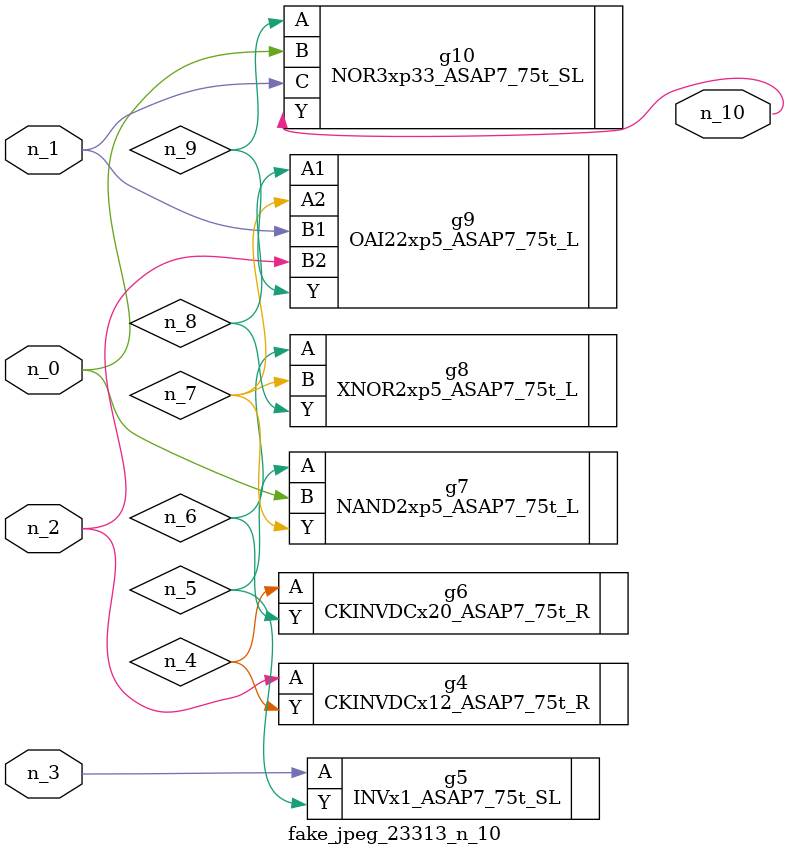
<source format=v>
module fake_jpeg_23313_n_10 (n_0, n_3, n_2, n_1, n_10);

input n_0;
input n_3;
input n_2;
input n_1;

output n_10;

wire n_4;
wire n_8;
wire n_9;
wire n_6;
wire n_5;
wire n_7;

CKINVDCx12_ASAP7_75t_R g4 ( 
.A(n_2),
.Y(n_4)
);

INVx1_ASAP7_75t_SL g5 ( 
.A(n_3),
.Y(n_5)
);

CKINVDCx20_ASAP7_75t_R g6 ( 
.A(n_4),
.Y(n_6)
);

XNOR2xp5_ASAP7_75t_L g8 ( 
.A(n_6),
.B(n_7),
.Y(n_8)
);

NAND2xp5_ASAP7_75t_L g7 ( 
.A(n_5),
.B(n_0),
.Y(n_7)
);

OAI22xp5_ASAP7_75t_L g9 ( 
.A1(n_8),
.A2(n_7),
.B1(n_1),
.B2(n_2),
.Y(n_9)
);

NOR3xp33_ASAP7_75t_SL g10 ( 
.A(n_9),
.B(n_0),
.C(n_1),
.Y(n_10)
);


endmodule
</source>
